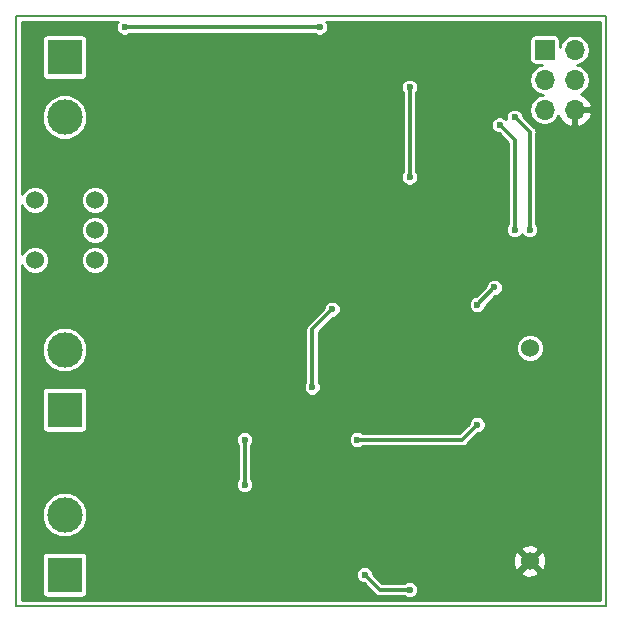
<source format=gbr>
G04 #@! TF.GenerationSoftware,KiCad,Pcbnew,(5.0.0)*
G04 #@! TF.CreationDate,2018-12-18T18:12:34+01:00*
G04 #@! TF.ProjectId,Bikelight,42696B656C696768742E6B696361645F,rev?*
G04 #@! TF.SameCoordinates,Original*
G04 #@! TF.FileFunction,Copper,L2,Bot,Signal*
G04 #@! TF.FilePolarity,Positive*
%FSLAX46Y46*%
G04 Gerber Fmt 4.6, Leading zero omitted, Abs format (unit mm)*
G04 Created by KiCad (PCBNEW (5.0.0)) date 12/18/18 18:12:34*
%MOMM*%
%LPD*%
G01*
G04 APERTURE LIST*
G04 #@! TA.AperFunction,NonConductor*
%ADD10C,0.150000*%
G04 #@! TD*
G04 #@! TA.AperFunction,ComponentPad*
%ADD11R,3.000000X3.000000*%
G04 #@! TD*
G04 #@! TA.AperFunction,ComponentPad*
%ADD12C,3.000000*%
G04 #@! TD*
G04 #@! TA.AperFunction,ComponentPad*
%ADD13C,1.524000*%
G04 #@! TD*
G04 #@! TA.AperFunction,ComponentPad*
%ADD14O,1.700000X1.700000*%
G04 #@! TD*
G04 #@! TA.AperFunction,ComponentPad*
%ADD15R,1.700000X1.700000*%
G04 #@! TD*
G04 #@! TA.AperFunction,ViaPad*
%ADD16C,0.600000*%
G04 #@! TD*
G04 #@! TA.AperFunction,Conductor*
%ADD17C,0.300000*%
G04 #@! TD*
G04 #@! TA.AperFunction,Conductor*
%ADD18C,0.254000*%
G04 #@! TD*
G04 APERTURE END LIST*
D10*
X150000000Y-100000000D02*
X150000000Y-150000000D01*
X100000000Y-150000000D02*
X100000000Y-100000000D01*
X150000000Y-150000000D02*
X100000000Y-150000000D01*
X100000000Y-100000000D02*
X150000000Y-100000000D01*
D11*
G04 #@! TO.P,J3,1*
G04 #@! TO.N,Net-(IC3-Pad4)*
X104140000Y-133350000D03*
D12*
G04 #@! TO.P,J3,2*
G04 #@! TO.N,Net-(J3-Pad2)*
X104140000Y-128270000D03*
G04 #@! TD*
D11*
G04 #@! TO.P,J1,1*
G04 #@! TO.N,Net-(D5-Pad3)*
X104140000Y-103505000D03*
D12*
G04 #@! TO.P,J1,2*
G04 #@! TO.N,Net-(J1-Pad2)*
X104140000Y-108585000D03*
G04 #@! TD*
G04 #@! TO.P,J4,2*
G04 #@! TO.N,Net-(J4-Pad2)*
X104140000Y-142240000D03*
D11*
G04 #@! TO.P,J4,1*
G04 #@! TO.N,Net-(IC4-Pad4)*
X104140000Y-147320000D03*
G04 #@! TD*
D13*
G04 #@! TO.P,C6,1*
G04 #@! TO.N,Net-(C6-Pad1)*
X143510000Y-128160000D03*
G04 #@! TO.P,C6,2*
G04 #@! TO.N,GND*
X143510000Y-146160000D03*
G04 #@! TD*
G04 #@! TO.P,SW1,1*
G04 #@! TO.N,Net-(D2-Pad2)*
X106680000Y-120650000D03*
G04 #@! TO.P,SW1,2*
G04 #@! TO.N,Net-(J1-Pad2)*
X106680000Y-118110000D03*
G04 #@! TO.P,SW1,3*
G04 #@! TO.N,N/C*
X106680000Y-115570000D03*
G04 #@! TO.P,SW1,4*
X101600000Y-120650000D03*
G04 #@! TO.P,SW1,5*
X101600000Y-115570000D03*
G04 #@! TD*
D14*
G04 #@! TO.P,J2,6*
G04 #@! TO.N,GND*
X147320000Y-107950000D03*
G04 #@! TO.P,J2,5*
G04 #@! TO.N,Net-(J2-Pad5)*
X144780000Y-107950000D03*
G04 #@! TO.P,J2,4*
G04 #@! TO.N,Net-(J2-Pad4)*
X147320000Y-105410000D03*
G04 #@! TO.P,J2,3*
G04 #@! TO.N,Net-(J2-Pad3)*
X144780000Y-105410000D03*
G04 #@! TO.P,J2,2*
G04 #@! TO.N,Net-(C3-Pad1)*
X147320000Y-102870000D03*
D15*
G04 #@! TO.P,J2,1*
G04 #@! TO.N,Net-(J2-Pad1)*
X144780000Y-102870000D03*
G04 #@! TD*
D16*
G04 #@! TO.N,GND*
X114300000Y-102870000D03*
X127000000Y-102870000D03*
X123825000Y-102870000D03*
X114300000Y-105410000D03*
X119380000Y-102235000D03*
X123825000Y-107315000D03*
X124460000Y-111125000D03*
X119380000Y-116205000D03*
X118110000Y-116205000D03*
X116840000Y-116205000D03*
X116840000Y-114935000D03*
X116840000Y-113665000D03*
X116840000Y-112395000D03*
X118110000Y-112395000D03*
X119380000Y-112395000D03*
X121285000Y-113665000D03*
X123825000Y-113665000D03*
X125095000Y-113665000D03*
X120650000Y-116840000D03*
X128270000Y-118745000D03*
X133350000Y-127000000D03*
X137160000Y-127000000D03*
X136525000Y-137160000D03*
X133350000Y-137160000D03*
X130810000Y-145415000D03*
X130175000Y-116840000D03*
X132715000Y-116840000D03*
X133985000Y-115570000D03*
X135890000Y-115570000D03*
X137795000Y-115570000D03*
X145415000Y-113665000D03*
X147320000Y-113665000D03*
X149225000Y-113665000D03*
X149225000Y-117475000D03*
X147320000Y-117475000D03*
X145415000Y-117475000D03*
X128270000Y-145415000D03*
X128270000Y-133985000D03*
X130810000Y-133985000D03*
X131445000Y-116840000D03*
X101600000Y-101600000D03*
X101600000Y-106680000D03*
X101600000Y-111760000D03*
X101600000Y-124460000D03*
X101600000Y-129540000D03*
X101600000Y-134620000D03*
X101600000Y-139700000D03*
X101600000Y-144780000D03*
X106680000Y-139700000D03*
X111760000Y-139700000D03*
X116840000Y-139700000D03*
X116840000Y-144780000D03*
X116840000Y-134620000D03*
X116840000Y-129540000D03*
X111760000Y-134620000D03*
X116840000Y-124460000D03*
X111760000Y-124460000D03*
X106680000Y-124460000D03*
X116840000Y-119380000D03*
X121920000Y-124460000D03*
X127000000Y-119380000D03*
X127000000Y-105410000D03*
X130810000Y-105410000D03*
X147955000Y-121920000D03*
X147955000Y-127000000D03*
X147955000Y-132080000D03*
X147320000Y-137160000D03*
X142240000Y-137160000D03*
X142240000Y-142240000D03*
X147320000Y-142240000D03*
X147320000Y-147320000D03*
X114300000Y-121920000D03*
X119380000Y-121920000D03*
X139700000Y-129540000D03*
X139700000Y-127000000D03*
X137160000Y-142240000D03*
X137160000Y-144780000D03*
X121920000Y-139700000D03*
X121920000Y-135890000D03*
X123190000Y-134620000D03*
X128905000Y-139700000D03*
X132080000Y-142875000D03*
X132715000Y-131445000D03*
X128905000Y-129540000D03*
X127000000Y-122555000D03*
X131445000Y-120650000D03*
G04 #@! TO.N,Net-(IC3-Pad3)*
X140970000Y-109235000D03*
X142240000Y-118110000D03*
X139065000Y-134620000D03*
X128905000Y-135890000D03*
G04 #@! TO.N,Net-(IC4-Pad3)*
X142240000Y-108585000D03*
X129540000Y-147320000D03*
X133350000Y-148590000D03*
X143510000Y-118110000D03*
G04 #@! TO.N,Net-(C3-Pad1)*
X119380000Y-139700000D03*
X119380000Y-135890000D03*
X125095000Y-131445000D03*
X139065000Y-124460000D03*
X140523897Y-123001103D03*
X126791383Y-124843615D03*
G04 #@! TO.N,Net-(IC2-Pad1)*
X133350000Y-106045000D03*
X133350000Y-113665000D03*
G04 #@! TO.N,Net-(D4-Pad1)*
X125730000Y-100965000D03*
X109220000Y-100965000D03*
G04 #@! TD*
D17*
G04 #@! TO.N,Net-(IC3-Pad3)*
X140970000Y-109235000D02*
X142240000Y-110505000D01*
X142240000Y-110505000D02*
X142240000Y-118110000D01*
X139065000Y-134620000D02*
X137795000Y-135890000D01*
X137795000Y-135890000D02*
X128905000Y-135890000D01*
G04 #@! TO.N,Net-(IC4-Pad3)*
X129540000Y-147320000D02*
X130810000Y-148590000D01*
X130810000Y-148590000D02*
X133350000Y-148590000D01*
X143510000Y-109855000D02*
X142240000Y-108585000D01*
X143510000Y-118110000D02*
X143510000Y-109855000D01*
G04 #@! TO.N,Net-(C3-Pad1)*
X119380000Y-139700000D02*
X119380000Y-135890000D01*
X125095000Y-131445000D02*
X125095000Y-126539998D01*
X139065000Y-124460000D02*
X140523897Y-123001103D01*
X125095000Y-126539998D02*
X126791383Y-124843615D01*
G04 #@! TO.N,Net-(IC2-Pad1)*
X133350000Y-106045000D02*
X133350000Y-113665000D01*
G04 #@! TO.N,Net-(D4-Pad1)*
X125730000Y-100965000D02*
X109220000Y-100965000D01*
G04 #@! TD*
D18*
G04 #@! TO.N,GND*
G36*
X108603679Y-100553187D02*
X108493000Y-100820391D01*
X108493000Y-101109609D01*
X108603679Y-101376813D01*
X108808187Y-101581321D01*
X109075391Y-101692000D01*
X109364609Y-101692000D01*
X109631813Y-101581321D01*
X109671134Y-101542000D01*
X125278866Y-101542000D01*
X125318187Y-101581321D01*
X125585391Y-101692000D01*
X125874609Y-101692000D01*
X126141813Y-101581321D01*
X126346321Y-101376813D01*
X126457000Y-101109609D01*
X126457000Y-100820391D01*
X126346321Y-100553187D01*
X126295134Y-100502000D01*
X149498000Y-100502000D01*
X149498001Y-149498000D01*
X100502000Y-149498000D01*
X100502000Y-145820000D01*
X102204635Y-145820000D01*
X102204635Y-148820000D01*
X102237775Y-148986607D01*
X102332150Y-149127850D01*
X102473393Y-149222225D01*
X102640000Y-149255365D01*
X105640000Y-149255365D01*
X105806607Y-149222225D01*
X105947850Y-149127850D01*
X106042225Y-148986607D01*
X106075365Y-148820000D01*
X106075365Y-147175391D01*
X128813000Y-147175391D01*
X128813000Y-147464609D01*
X128923679Y-147731813D01*
X129128187Y-147936321D01*
X129395391Y-148047000D01*
X129451000Y-148047000D01*
X130361814Y-148957815D01*
X130394006Y-149005994D01*
X130584866Y-149133522D01*
X130753171Y-149167000D01*
X130809999Y-149178304D01*
X130866827Y-149167000D01*
X132898866Y-149167000D01*
X132938187Y-149206321D01*
X133205391Y-149317000D01*
X133494609Y-149317000D01*
X133761813Y-149206321D01*
X133966321Y-149001813D01*
X134077000Y-148734609D01*
X134077000Y-148445391D01*
X133966321Y-148178187D01*
X133761813Y-147973679D01*
X133494609Y-147863000D01*
X133205391Y-147863000D01*
X132938187Y-147973679D01*
X132898866Y-148013000D01*
X131049001Y-148013000D01*
X130267000Y-147231000D01*
X130267000Y-147175391D01*
X130252429Y-147140213D01*
X142709392Y-147140213D01*
X142778857Y-147382397D01*
X143302302Y-147569144D01*
X143857368Y-147541362D01*
X144241143Y-147382397D01*
X144310608Y-147140213D01*
X143510000Y-146339605D01*
X142709392Y-147140213D01*
X130252429Y-147140213D01*
X130156321Y-146908187D01*
X129951813Y-146703679D01*
X129684609Y-146593000D01*
X129395391Y-146593000D01*
X129128187Y-146703679D01*
X128923679Y-146908187D01*
X128813000Y-147175391D01*
X106075365Y-147175391D01*
X106075365Y-145952302D01*
X142100856Y-145952302D01*
X142128638Y-146507368D01*
X142287603Y-146891143D01*
X142529787Y-146960608D01*
X143330395Y-146160000D01*
X143689605Y-146160000D01*
X144490213Y-146960608D01*
X144732397Y-146891143D01*
X144919144Y-146367698D01*
X144891362Y-145812632D01*
X144732397Y-145428857D01*
X144490213Y-145359392D01*
X143689605Y-146160000D01*
X143330395Y-146160000D01*
X142529787Y-145359392D01*
X142287603Y-145428857D01*
X142100856Y-145952302D01*
X106075365Y-145952302D01*
X106075365Y-145820000D01*
X106042225Y-145653393D01*
X105947850Y-145512150D01*
X105806607Y-145417775D01*
X105640000Y-145384635D01*
X102640000Y-145384635D01*
X102473393Y-145417775D01*
X102332150Y-145512150D01*
X102237775Y-145653393D01*
X102204635Y-145820000D01*
X100502000Y-145820000D01*
X100502000Y-145179787D01*
X142709392Y-145179787D01*
X143510000Y-145980395D01*
X144310608Y-145179787D01*
X144241143Y-144937603D01*
X143717698Y-144750856D01*
X143162632Y-144778638D01*
X142778857Y-144937603D01*
X142709392Y-145179787D01*
X100502000Y-145179787D01*
X100502000Y-141856696D01*
X102213000Y-141856696D01*
X102213000Y-142623304D01*
X102506368Y-143331558D01*
X103048442Y-143873632D01*
X103756696Y-144167000D01*
X104523304Y-144167000D01*
X105231558Y-143873632D01*
X105773632Y-143331558D01*
X106067000Y-142623304D01*
X106067000Y-141856696D01*
X105773632Y-141148442D01*
X105231558Y-140606368D01*
X104523304Y-140313000D01*
X103756696Y-140313000D01*
X103048442Y-140606368D01*
X102506368Y-141148442D01*
X102213000Y-141856696D01*
X100502000Y-141856696D01*
X100502000Y-135745391D01*
X118653000Y-135745391D01*
X118653000Y-136034609D01*
X118763679Y-136301813D01*
X118803001Y-136341135D01*
X118803000Y-139248866D01*
X118763679Y-139288187D01*
X118653000Y-139555391D01*
X118653000Y-139844609D01*
X118763679Y-140111813D01*
X118968187Y-140316321D01*
X119235391Y-140427000D01*
X119524609Y-140427000D01*
X119791813Y-140316321D01*
X119996321Y-140111813D01*
X120107000Y-139844609D01*
X120107000Y-139555391D01*
X119996321Y-139288187D01*
X119957000Y-139248866D01*
X119957000Y-136341134D01*
X119996321Y-136301813D01*
X120107000Y-136034609D01*
X120107000Y-135745391D01*
X128178000Y-135745391D01*
X128178000Y-136034609D01*
X128288679Y-136301813D01*
X128493187Y-136506321D01*
X128760391Y-136617000D01*
X129049609Y-136617000D01*
X129316813Y-136506321D01*
X129356134Y-136467000D01*
X137738172Y-136467000D01*
X137795000Y-136478304D01*
X137851828Y-136467000D01*
X137851829Y-136467000D01*
X138020134Y-136433522D01*
X138210994Y-136305994D01*
X138243188Y-136257812D01*
X139154001Y-135347000D01*
X139209609Y-135347000D01*
X139476813Y-135236321D01*
X139681321Y-135031813D01*
X139792000Y-134764609D01*
X139792000Y-134475391D01*
X139681321Y-134208187D01*
X139476813Y-134003679D01*
X139209609Y-133893000D01*
X138920391Y-133893000D01*
X138653187Y-134003679D01*
X138448679Y-134208187D01*
X138338000Y-134475391D01*
X138338000Y-134530999D01*
X137556000Y-135313000D01*
X129356134Y-135313000D01*
X129316813Y-135273679D01*
X129049609Y-135163000D01*
X128760391Y-135163000D01*
X128493187Y-135273679D01*
X128288679Y-135478187D01*
X128178000Y-135745391D01*
X120107000Y-135745391D01*
X119996321Y-135478187D01*
X119791813Y-135273679D01*
X119524609Y-135163000D01*
X119235391Y-135163000D01*
X118968187Y-135273679D01*
X118763679Y-135478187D01*
X118653000Y-135745391D01*
X100502000Y-135745391D01*
X100502000Y-131850000D01*
X102204635Y-131850000D01*
X102204635Y-134850000D01*
X102237775Y-135016607D01*
X102332150Y-135157850D01*
X102473393Y-135252225D01*
X102640000Y-135285365D01*
X105640000Y-135285365D01*
X105806607Y-135252225D01*
X105947850Y-135157850D01*
X106042225Y-135016607D01*
X106075365Y-134850000D01*
X106075365Y-131850000D01*
X106042225Y-131683393D01*
X105947850Y-131542150D01*
X105806607Y-131447775D01*
X105640000Y-131414635D01*
X102640000Y-131414635D01*
X102473393Y-131447775D01*
X102332150Y-131542150D01*
X102237775Y-131683393D01*
X102204635Y-131850000D01*
X100502000Y-131850000D01*
X100502000Y-131300391D01*
X124368000Y-131300391D01*
X124368000Y-131589609D01*
X124478679Y-131856813D01*
X124683187Y-132061321D01*
X124950391Y-132172000D01*
X125239609Y-132172000D01*
X125506813Y-132061321D01*
X125711321Y-131856813D01*
X125822000Y-131589609D01*
X125822000Y-131300391D01*
X125711321Y-131033187D01*
X125672000Y-130993866D01*
X125672000Y-127923493D01*
X142321000Y-127923493D01*
X142321000Y-128396507D01*
X142502014Y-128833514D01*
X142836486Y-129167986D01*
X143273493Y-129349000D01*
X143746507Y-129349000D01*
X144183514Y-129167986D01*
X144517986Y-128833514D01*
X144699000Y-128396507D01*
X144699000Y-127923493D01*
X144517986Y-127486486D01*
X144183514Y-127152014D01*
X143746507Y-126971000D01*
X143273493Y-126971000D01*
X142836486Y-127152014D01*
X142502014Y-127486486D01*
X142321000Y-127923493D01*
X125672000Y-127923493D01*
X125672000Y-126778998D01*
X126880384Y-125570615D01*
X126935992Y-125570615D01*
X127203196Y-125459936D01*
X127407704Y-125255428D01*
X127518383Y-124988224D01*
X127518383Y-124699006D01*
X127407704Y-124431802D01*
X127291293Y-124315391D01*
X138338000Y-124315391D01*
X138338000Y-124604609D01*
X138448679Y-124871813D01*
X138653187Y-125076321D01*
X138920391Y-125187000D01*
X139209609Y-125187000D01*
X139476813Y-125076321D01*
X139681321Y-124871813D01*
X139792000Y-124604609D01*
X139792000Y-124549000D01*
X140612898Y-123728103D01*
X140668506Y-123728103D01*
X140935710Y-123617424D01*
X141140218Y-123412916D01*
X141250897Y-123145712D01*
X141250897Y-122856494D01*
X141140218Y-122589290D01*
X140935710Y-122384782D01*
X140668506Y-122274103D01*
X140379288Y-122274103D01*
X140112084Y-122384782D01*
X139907576Y-122589290D01*
X139796897Y-122856494D01*
X139796897Y-122912102D01*
X138976000Y-123733000D01*
X138920391Y-123733000D01*
X138653187Y-123843679D01*
X138448679Y-124048187D01*
X138338000Y-124315391D01*
X127291293Y-124315391D01*
X127203196Y-124227294D01*
X126935992Y-124116615D01*
X126646774Y-124116615D01*
X126379570Y-124227294D01*
X126175062Y-124431802D01*
X126064383Y-124699006D01*
X126064383Y-124754614D01*
X124727186Y-126091812D01*
X124679007Y-126124004D01*
X124646816Y-126172182D01*
X124551479Y-126314864D01*
X124506696Y-126539998D01*
X124518001Y-126596831D01*
X124518000Y-130993866D01*
X124478679Y-131033187D01*
X124368000Y-131300391D01*
X100502000Y-131300391D01*
X100502000Y-127886696D01*
X102213000Y-127886696D01*
X102213000Y-128653304D01*
X102506368Y-129361558D01*
X103048442Y-129903632D01*
X103756696Y-130197000D01*
X104523304Y-130197000D01*
X105231558Y-129903632D01*
X105773632Y-129361558D01*
X106067000Y-128653304D01*
X106067000Y-127886696D01*
X105773632Y-127178442D01*
X105231558Y-126636368D01*
X104523304Y-126343000D01*
X103756696Y-126343000D01*
X103048442Y-126636368D01*
X102506368Y-127178442D01*
X102213000Y-127886696D01*
X100502000Y-127886696D01*
X100502000Y-121106201D01*
X100592014Y-121323514D01*
X100926486Y-121657986D01*
X101363493Y-121839000D01*
X101836507Y-121839000D01*
X102273514Y-121657986D01*
X102607986Y-121323514D01*
X102789000Y-120886507D01*
X102789000Y-120413493D01*
X105491000Y-120413493D01*
X105491000Y-120886507D01*
X105672014Y-121323514D01*
X106006486Y-121657986D01*
X106443493Y-121839000D01*
X106916507Y-121839000D01*
X107353514Y-121657986D01*
X107687986Y-121323514D01*
X107869000Y-120886507D01*
X107869000Y-120413493D01*
X107687986Y-119976486D01*
X107353514Y-119642014D01*
X106916507Y-119461000D01*
X106443493Y-119461000D01*
X106006486Y-119642014D01*
X105672014Y-119976486D01*
X105491000Y-120413493D01*
X102789000Y-120413493D01*
X102607986Y-119976486D01*
X102273514Y-119642014D01*
X101836507Y-119461000D01*
X101363493Y-119461000D01*
X100926486Y-119642014D01*
X100592014Y-119976486D01*
X100502000Y-120193799D01*
X100502000Y-117873493D01*
X105491000Y-117873493D01*
X105491000Y-118346507D01*
X105672014Y-118783514D01*
X106006486Y-119117986D01*
X106443493Y-119299000D01*
X106916507Y-119299000D01*
X107353514Y-119117986D01*
X107687986Y-118783514D01*
X107869000Y-118346507D01*
X107869000Y-117873493D01*
X107687986Y-117436486D01*
X107353514Y-117102014D01*
X106916507Y-116921000D01*
X106443493Y-116921000D01*
X106006486Y-117102014D01*
X105672014Y-117436486D01*
X105491000Y-117873493D01*
X100502000Y-117873493D01*
X100502000Y-116026201D01*
X100592014Y-116243514D01*
X100926486Y-116577986D01*
X101363493Y-116759000D01*
X101836507Y-116759000D01*
X102273514Y-116577986D01*
X102607986Y-116243514D01*
X102789000Y-115806507D01*
X102789000Y-115333493D01*
X105491000Y-115333493D01*
X105491000Y-115806507D01*
X105672014Y-116243514D01*
X106006486Y-116577986D01*
X106443493Y-116759000D01*
X106916507Y-116759000D01*
X107353514Y-116577986D01*
X107687986Y-116243514D01*
X107869000Y-115806507D01*
X107869000Y-115333493D01*
X107687986Y-114896486D01*
X107353514Y-114562014D01*
X106916507Y-114381000D01*
X106443493Y-114381000D01*
X106006486Y-114562014D01*
X105672014Y-114896486D01*
X105491000Y-115333493D01*
X102789000Y-115333493D01*
X102607986Y-114896486D01*
X102273514Y-114562014D01*
X101836507Y-114381000D01*
X101363493Y-114381000D01*
X100926486Y-114562014D01*
X100592014Y-114896486D01*
X100502000Y-115113799D01*
X100502000Y-108201696D01*
X102213000Y-108201696D01*
X102213000Y-108968304D01*
X102506368Y-109676558D01*
X103048442Y-110218632D01*
X103756696Y-110512000D01*
X104523304Y-110512000D01*
X105231558Y-110218632D01*
X105773632Y-109676558D01*
X106067000Y-108968304D01*
X106067000Y-108201696D01*
X105773632Y-107493442D01*
X105231558Y-106951368D01*
X104523304Y-106658000D01*
X103756696Y-106658000D01*
X103048442Y-106951368D01*
X102506368Y-107493442D01*
X102213000Y-108201696D01*
X100502000Y-108201696D01*
X100502000Y-105900391D01*
X132623000Y-105900391D01*
X132623000Y-106189609D01*
X132733679Y-106456813D01*
X132773000Y-106496134D01*
X132773001Y-113213865D01*
X132733679Y-113253187D01*
X132623000Y-113520391D01*
X132623000Y-113809609D01*
X132733679Y-114076813D01*
X132938187Y-114281321D01*
X133205391Y-114392000D01*
X133494609Y-114392000D01*
X133761813Y-114281321D01*
X133966321Y-114076813D01*
X134077000Y-113809609D01*
X134077000Y-113520391D01*
X133966321Y-113253187D01*
X133927000Y-113213866D01*
X133927000Y-109090391D01*
X140243000Y-109090391D01*
X140243000Y-109379609D01*
X140353679Y-109646813D01*
X140558187Y-109851321D01*
X140825391Y-109962000D01*
X140881000Y-109962000D01*
X141663000Y-110744001D01*
X141663001Y-117658865D01*
X141623679Y-117698187D01*
X141513000Y-117965391D01*
X141513000Y-118254609D01*
X141623679Y-118521813D01*
X141828187Y-118726321D01*
X142095391Y-118837000D01*
X142384609Y-118837000D01*
X142651813Y-118726321D01*
X142856321Y-118521813D01*
X142875000Y-118476718D01*
X142893679Y-118521813D01*
X143098187Y-118726321D01*
X143365391Y-118837000D01*
X143654609Y-118837000D01*
X143921813Y-118726321D01*
X144126321Y-118521813D01*
X144237000Y-118254609D01*
X144237000Y-117965391D01*
X144126321Y-117698187D01*
X144087000Y-117658866D01*
X144087000Y-109911827D01*
X144098304Y-109854999D01*
X144087000Y-109798171D01*
X144053522Y-109629866D01*
X143925994Y-109439006D01*
X143877815Y-109406814D01*
X142967000Y-108496000D01*
X142967000Y-108440391D01*
X142856321Y-108173187D01*
X142651813Y-107968679D01*
X142384609Y-107858000D01*
X142095391Y-107858000D01*
X141828187Y-107968679D01*
X141623679Y-108173187D01*
X141513000Y-108440391D01*
X141513000Y-108729609D01*
X141527324Y-108764190D01*
X141381813Y-108618679D01*
X141114609Y-108508000D01*
X140825391Y-108508000D01*
X140558187Y-108618679D01*
X140353679Y-108823187D01*
X140243000Y-109090391D01*
X133927000Y-109090391D01*
X133927000Y-106496134D01*
X133966321Y-106456813D01*
X134077000Y-106189609D01*
X134077000Y-105900391D01*
X133966321Y-105633187D01*
X133761813Y-105428679D01*
X133716718Y-105410000D01*
X143477983Y-105410000D01*
X143577093Y-105908260D01*
X143859335Y-106330665D01*
X144281740Y-106612907D01*
X144619040Y-106680000D01*
X144281740Y-106747093D01*
X143859335Y-107029335D01*
X143577093Y-107451740D01*
X143477983Y-107950000D01*
X143577093Y-108448260D01*
X143859335Y-108870665D01*
X144281740Y-109152907D01*
X144654231Y-109227000D01*
X144905769Y-109227000D01*
X145278260Y-109152907D01*
X145700665Y-108870665D01*
X145954615Y-108490602D01*
X146048355Y-108716924D01*
X146438642Y-109145183D01*
X146963108Y-109391486D01*
X147193000Y-109270819D01*
X147193000Y-108077000D01*
X147447000Y-108077000D01*
X147447000Y-109270819D01*
X147676892Y-109391486D01*
X148201358Y-109145183D01*
X148591645Y-108716924D01*
X148761476Y-108306890D01*
X148640155Y-108077000D01*
X147447000Y-108077000D01*
X147193000Y-108077000D01*
X147173000Y-108077000D01*
X147173000Y-107823000D01*
X147193000Y-107823000D01*
X147193000Y-107803000D01*
X147447000Y-107803000D01*
X147447000Y-107823000D01*
X148640155Y-107823000D01*
X148761476Y-107593110D01*
X148591645Y-107183076D01*
X148201358Y-106754817D01*
X147851660Y-106590590D01*
X148240665Y-106330665D01*
X148522907Y-105908260D01*
X148622017Y-105410000D01*
X148522907Y-104911740D01*
X148240665Y-104489335D01*
X147818260Y-104207093D01*
X147480960Y-104140000D01*
X147818260Y-104072907D01*
X148240665Y-103790665D01*
X148522907Y-103368260D01*
X148622017Y-102870000D01*
X148522907Y-102371740D01*
X148240665Y-101949335D01*
X147818260Y-101667093D01*
X147445769Y-101593000D01*
X147194231Y-101593000D01*
X146821740Y-101667093D01*
X146399335Y-101949335D01*
X146117093Y-102371740D01*
X146065365Y-102631794D01*
X146065365Y-102020000D01*
X146032225Y-101853393D01*
X145937850Y-101712150D01*
X145796607Y-101617775D01*
X145630000Y-101584635D01*
X143930000Y-101584635D01*
X143763393Y-101617775D01*
X143622150Y-101712150D01*
X143527775Y-101853393D01*
X143494635Y-102020000D01*
X143494635Y-103720000D01*
X143527775Y-103886607D01*
X143622150Y-104027850D01*
X143763393Y-104122225D01*
X143930000Y-104155365D01*
X144541794Y-104155365D01*
X144281740Y-104207093D01*
X143859335Y-104489335D01*
X143577093Y-104911740D01*
X143477983Y-105410000D01*
X133716718Y-105410000D01*
X133494609Y-105318000D01*
X133205391Y-105318000D01*
X132938187Y-105428679D01*
X132733679Y-105633187D01*
X132623000Y-105900391D01*
X100502000Y-105900391D01*
X100502000Y-102005000D01*
X102204635Y-102005000D01*
X102204635Y-105005000D01*
X102237775Y-105171607D01*
X102332150Y-105312850D01*
X102473393Y-105407225D01*
X102640000Y-105440365D01*
X105640000Y-105440365D01*
X105806607Y-105407225D01*
X105947850Y-105312850D01*
X106042225Y-105171607D01*
X106075365Y-105005000D01*
X106075365Y-102005000D01*
X106042225Y-101838393D01*
X105947850Y-101697150D01*
X105806607Y-101602775D01*
X105640000Y-101569635D01*
X102640000Y-101569635D01*
X102473393Y-101602775D01*
X102332150Y-101697150D01*
X102237775Y-101838393D01*
X102204635Y-102005000D01*
X100502000Y-102005000D01*
X100502000Y-100502000D01*
X108654866Y-100502000D01*
X108603679Y-100553187D01*
X108603679Y-100553187D01*
G37*
X108603679Y-100553187D02*
X108493000Y-100820391D01*
X108493000Y-101109609D01*
X108603679Y-101376813D01*
X108808187Y-101581321D01*
X109075391Y-101692000D01*
X109364609Y-101692000D01*
X109631813Y-101581321D01*
X109671134Y-101542000D01*
X125278866Y-101542000D01*
X125318187Y-101581321D01*
X125585391Y-101692000D01*
X125874609Y-101692000D01*
X126141813Y-101581321D01*
X126346321Y-101376813D01*
X126457000Y-101109609D01*
X126457000Y-100820391D01*
X126346321Y-100553187D01*
X126295134Y-100502000D01*
X149498000Y-100502000D01*
X149498001Y-149498000D01*
X100502000Y-149498000D01*
X100502000Y-145820000D01*
X102204635Y-145820000D01*
X102204635Y-148820000D01*
X102237775Y-148986607D01*
X102332150Y-149127850D01*
X102473393Y-149222225D01*
X102640000Y-149255365D01*
X105640000Y-149255365D01*
X105806607Y-149222225D01*
X105947850Y-149127850D01*
X106042225Y-148986607D01*
X106075365Y-148820000D01*
X106075365Y-147175391D01*
X128813000Y-147175391D01*
X128813000Y-147464609D01*
X128923679Y-147731813D01*
X129128187Y-147936321D01*
X129395391Y-148047000D01*
X129451000Y-148047000D01*
X130361814Y-148957815D01*
X130394006Y-149005994D01*
X130584866Y-149133522D01*
X130753171Y-149167000D01*
X130809999Y-149178304D01*
X130866827Y-149167000D01*
X132898866Y-149167000D01*
X132938187Y-149206321D01*
X133205391Y-149317000D01*
X133494609Y-149317000D01*
X133761813Y-149206321D01*
X133966321Y-149001813D01*
X134077000Y-148734609D01*
X134077000Y-148445391D01*
X133966321Y-148178187D01*
X133761813Y-147973679D01*
X133494609Y-147863000D01*
X133205391Y-147863000D01*
X132938187Y-147973679D01*
X132898866Y-148013000D01*
X131049001Y-148013000D01*
X130267000Y-147231000D01*
X130267000Y-147175391D01*
X130252429Y-147140213D01*
X142709392Y-147140213D01*
X142778857Y-147382397D01*
X143302302Y-147569144D01*
X143857368Y-147541362D01*
X144241143Y-147382397D01*
X144310608Y-147140213D01*
X143510000Y-146339605D01*
X142709392Y-147140213D01*
X130252429Y-147140213D01*
X130156321Y-146908187D01*
X129951813Y-146703679D01*
X129684609Y-146593000D01*
X129395391Y-146593000D01*
X129128187Y-146703679D01*
X128923679Y-146908187D01*
X128813000Y-147175391D01*
X106075365Y-147175391D01*
X106075365Y-145952302D01*
X142100856Y-145952302D01*
X142128638Y-146507368D01*
X142287603Y-146891143D01*
X142529787Y-146960608D01*
X143330395Y-146160000D01*
X143689605Y-146160000D01*
X144490213Y-146960608D01*
X144732397Y-146891143D01*
X144919144Y-146367698D01*
X144891362Y-145812632D01*
X144732397Y-145428857D01*
X144490213Y-145359392D01*
X143689605Y-146160000D01*
X143330395Y-146160000D01*
X142529787Y-145359392D01*
X142287603Y-145428857D01*
X142100856Y-145952302D01*
X106075365Y-145952302D01*
X106075365Y-145820000D01*
X106042225Y-145653393D01*
X105947850Y-145512150D01*
X105806607Y-145417775D01*
X105640000Y-145384635D01*
X102640000Y-145384635D01*
X102473393Y-145417775D01*
X102332150Y-145512150D01*
X102237775Y-145653393D01*
X102204635Y-145820000D01*
X100502000Y-145820000D01*
X100502000Y-145179787D01*
X142709392Y-145179787D01*
X143510000Y-145980395D01*
X144310608Y-145179787D01*
X144241143Y-144937603D01*
X143717698Y-144750856D01*
X143162632Y-144778638D01*
X142778857Y-144937603D01*
X142709392Y-145179787D01*
X100502000Y-145179787D01*
X100502000Y-141856696D01*
X102213000Y-141856696D01*
X102213000Y-142623304D01*
X102506368Y-143331558D01*
X103048442Y-143873632D01*
X103756696Y-144167000D01*
X104523304Y-144167000D01*
X105231558Y-143873632D01*
X105773632Y-143331558D01*
X106067000Y-142623304D01*
X106067000Y-141856696D01*
X105773632Y-141148442D01*
X105231558Y-140606368D01*
X104523304Y-140313000D01*
X103756696Y-140313000D01*
X103048442Y-140606368D01*
X102506368Y-141148442D01*
X102213000Y-141856696D01*
X100502000Y-141856696D01*
X100502000Y-135745391D01*
X118653000Y-135745391D01*
X118653000Y-136034609D01*
X118763679Y-136301813D01*
X118803001Y-136341135D01*
X118803000Y-139248866D01*
X118763679Y-139288187D01*
X118653000Y-139555391D01*
X118653000Y-139844609D01*
X118763679Y-140111813D01*
X118968187Y-140316321D01*
X119235391Y-140427000D01*
X119524609Y-140427000D01*
X119791813Y-140316321D01*
X119996321Y-140111813D01*
X120107000Y-139844609D01*
X120107000Y-139555391D01*
X119996321Y-139288187D01*
X119957000Y-139248866D01*
X119957000Y-136341134D01*
X119996321Y-136301813D01*
X120107000Y-136034609D01*
X120107000Y-135745391D01*
X128178000Y-135745391D01*
X128178000Y-136034609D01*
X128288679Y-136301813D01*
X128493187Y-136506321D01*
X128760391Y-136617000D01*
X129049609Y-136617000D01*
X129316813Y-136506321D01*
X129356134Y-136467000D01*
X137738172Y-136467000D01*
X137795000Y-136478304D01*
X137851828Y-136467000D01*
X137851829Y-136467000D01*
X138020134Y-136433522D01*
X138210994Y-136305994D01*
X138243188Y-136257812D01*
X139154001Y-135347000D01*
X139209609Y-135347000D01*
X139476813Y-135236321D01*
X139681321Y-135031813D01*
X139792000Y-134764609D01*
X139792000Y-134475391D01*
X139681321Y-134208187D01*
X139476813Y-134003679D01*
X139209609Y-133893000D01*
X138920391Y-133893000D01*
X138653187Y-134003679D01*
X138448679Y-134208187D01*
X138338000Y-134475391D01*
X138338000Y-134530999D01*
X137556000Y-135313000D01*
X129356134Y-135313000D01*
X129316813Y-135273679D01*
X129049609Y-135163000D01*
X128760391Y-135163000D01*
X128493187Y-135273679D01*
X128288679Y-135478187D01*
X128178000Y-135745391D01*
X120107000Y-135745391D01*
X119996321Y-135478187D01*
X119791813Y-135273679D01*
X119524609Y-135163000D01*
X119235391Y-135163000D01*
X118968187Y-135273679D01*
X118763679Y-135478187D01*
X118653000Y-135745391D01*
X100502000Y-135745391D01*
X100502000Y-131850000D01*
X102204635Y-131850000D01*
X102204635Y-134850000D01*
X102237775Y-135016607D01*
X102332150Y-135157850D01*
X102473393Y-135252225D01*
X102640000Y-135285365D01*
X105640000Y-135285365D01*
X105806607Y-135252225D01*
X105947850Y-135157850D01*
X106042225Y-135016607D01*
X106075365Y-134850000D01*
X106075365Y-131850000D01*
X106042225Y-131683393D01*
X105947850Y-131542150D01*
X105806607Y-131447775D01*
X105640000Y-131414635D01*
X102640000Y-131414635D01*
X102473393Y-131447775D01*
X102332150Y-131542150D01*
X102237775Y-131683393D01*
X102204635Y-131850000D01*
X100502000Y-131850000D01*
X100502000Y-131300391D01*
X124368000Y-131300391D01*
X124368000Y-131589609D01*
X124478679Y-131856813D01*
X124683187Y-132061321D01*
X124950391Y-132172000D01*
X125239609Y-132172000D01*
X125506813Y-132061321D01*
X125711321Y-131856813D01*
X125822000Y-131589609D01*
X125822000Y-131300391D01*
X125711321Y-131033187D01*
X125672000Y-130993866D01*
X125672000Y-127923493D01*
X142321000Y-127923493D01*
X142321000Y-128396507D01*
X142502014Y-128833514D01*
X142836486Y-129167986D01*
X143273493Y-129349000D01*
X143746507Y-129349000D01*
X144183514Y-129167986D01*
X144517986Y-128833514D01*
X144699000Y-128396507D01*
X144699000Y-127923493D01*
X144517986Y-127486486D01*
X144183514Y-127152014D01*
X143746507Y-126971000D01*
X143273493Y-126971000D01*
X142836486Y-127152014D01*
X142502014Y-127486486D01*
X142321000Y-127923493D01*
X125672000Y-127923493D01*
X125672000Y-126778998D01*
X126880384Y-125570615D01*
X126935992Y-125570615D01*
X127203196Y-125459936D01*
X127407704Y-125255428D01*
X127518383Y-124988224D01*
X127518383Y-124699006D01*
X127407704Y-124431802D01*
X127291293Y-124315391D01*
X138338000Y-124315391D01*
X138338000Y-124604609D01*
X138448679Y-124871813D01*
X138653187Y-125076321D01*
X138920391Y-125187000D01*
X139209609Y-125187000D01*
X139476813Y-125076321D01*
X139681321Y-124871813D01*
X139792000Y-124604609D01*
X139792000Y-124549000D01*
X140612898Y-123728103D01*
X140668506Y-123728103D01*
X140935710Y-123617424D01*
X141140218Y-123412916D01*
X141250897Y-123145712D01*
X141250897Y-122856494D01*
X141140218Y-122589290D01*
X140935710Y-122384782D01*
X140668506Y-122274103D01*
X140379288Y-122274103D01*
X140112084Y-122384782D01*
X139907576Y-122589290D01*
X139796897Y-122856494D01*
X139796897Y-122912102D01*
X138976000Y-123733000D01*
X138920391Y-123733000D01*
X138653187Y-123843679D01*
X138448679Y-124048187D01*
X138338000Y-124315391D01*
X127291293Y-124315391D01*
X127203196Y-124227294D01*
X126935992Y-124116615D01*
X126646774Y-124116615D01*
X126379570Y-124227294D01*
X126175062Y-124431802D01*
X126064383Y-124699006D01*
X126064383Y-124754614D01*
X124727186Y-126091812D01*
X124679007Y-126124004D01*
X124646816Y-126172182D01*
X124551479Y-126314864D01*
X124506696Y-126539998D01*
X124518001Y-126596831D01*
X124518000Y-130993866D01*
X124478679Y-131033187D01*
X124368000Y-131300391D01*
X100502000Y-131300391D01*
X100502000Y-127886696D01*
X102213000Y-127886696D01*
X102213000Y-128653304D01*
X102506368Y-129361558D01*
X103048442Y-129903632D01*
X103756696Y-130197000D01*
X104523304Y-130197000D01*
X105231558Y-129903632D01*
X105773632Y-129361558D01*
X106067000Y-128653304D01*
X106067000Y-127886696D01*
X105773632Y-127178442D01*
X105231558Y-126636368D01*
X104523304Y-126343000D01*
X103756696Y-126343000D01*
X103048442Y-126636368D01*
X102506368Y-127178442D01*
X102213000Y-127886696D01*
X100502000Y-127886696D01*
X100502000Y-121106201D01*
X100592014Y-121323514D01*
X100926486Y-121657986D01*
X101363493Y-121839000D01*
X101836507Y-121839000D01*
X102273514Y-121657986D01*
X102607986Y-121323514D01*
X102789000Y-120886507D01*
X102789000Y-120413493D01*
X105491000Y-120413493D01*
X105491000Y-120886507D01*
X105672014Y-121323514D01*
X106006486Y-121657986D01*
X106443493Y-121839000D01*
X106916507Y-121839000D01*
X107353514Y-121657986D01*
X107687986Y-121323514D01*
X107869000Y-120886507D01*
X107869000Y-120413493D01*
X107687986Y-119976486D01*
X107353514Y-119642014D01*
X106916507Y-119461000D01*
X106443493Y-119461000D01*
X106006486Y-119642014D01*
X105672014Y-119976486D01*
X105491000Y-120413493D01*
X102789000Y-120413493D01*
X102607986Y-119976486D01*
X102273514Y-119642014D01*
X101836507Y-119461000D01*
X101363493Y-119461000D01*
X100926486Y-119642014D01*
X100592014Y-119976486D01*
X100502000Y-120193799D01*
X100502000Y-117873493D01*
X105491000Y-117873493D01*
X105491000Y-118346507D01*
X105672014Y-118783514D01*
X106006486Y-119117986D01*
X106443493Y-119299000D01*
X106916507Y-119299000D01*
X107353514Y-119117986D01*
X107687986Y-118783514D01*
X107869000Y-118346507D01*
X107869000Y-117873493D01*
X107687986Y-117436486D01*
X107353514Y-117102014D01*
X106916507Y-116921000D01*
X106443493Y-116921000D01*
X106006486Y-117102014D01*
X105672014Y-117436486D01*
X105491000Y-117873493D01*
X100502000Y-117873493D01*
X100502000Y-116026201D01*
X100592014Y-116243514D01*
X100926486Y-116577986D01*
X101363493Y-116759000D01*
X101836507Y-116759000D01*
X102273514Y-116577986D01*
X102607986Y-116243514D01*
X102789000Y-115806507D01*
X102789000Y-115333493D01*
X105491000Y-115333493D01*
X105491000Y-115806507D01*
X105672014Y-116243514D01*
X106006486Y-116577986D01*
X106443493Y-116759000D01*
X106916507Y-116759000D01*
X107353514Y-116577986D01*
X107687986Y-116243514D01*
X107869000Y-115806507D01*
X107869000Y-115333493D01*
X107687986Y-114896486D01*
X107353514Y-114562014D01*
X106916507Y-114381000D01*
X106443493Y-114381000D01*
X106006486Y-114562014D01*
X105672014Y-114896486D01*
X105491000Y-115333493D01*
X102789000Y-115333493D01*
X102607986Y-114896486D01*
X102273514Y-114562014D01*
X101836507Y-114381000D01*
X101363493Y-114381000D01*
X100926486Y-114562014D01*
X100592014Y-114896486D01*
X100502000Y-115113799D01*
X100502000Y-108201696D01*
X102213000Y-108201696D01*
X102213000Y-108968304D01*
X102506368Y-109676558D01*
X103048442Y-110218632D01*
X103756696Y-110512000D01*
X104523304Y-110512000D01*
X105231558Y-110218632D01*
X105773632Y-109676558D01*
X106067000Y-108968304D01*
X106067000Y-108201696D01*
X105773632Y-107493442D01*
X105231558Y-106951368D01*
X104523304Y-106658000D01*
X103756696Y-106658000D01*
X103048442Y-106951368D01*
X102506368Y-107493442D01*
X102213000Y-108201696D01*
X100502000Y-108201696D01*
X100502000Y-105900391D01*
X132623000Y-105900391D01*
X132623000Y-106189609D01*
X132733679Y-106456813D01*
X132773000Y-106496134D01*
X132773001Y-113213865D01*
X132733679Y-113253187D01*
X132623000Y-113520391D01*
X132623000Y-113809609D01*
X132733679Y-114076813D01*
X132938187Y-114281321D01*
X133205391Y-114392000D01*
X133494609Y-114392000D01*
X133761813Y-114281321D01*
X133966321Y-114076813D01*
X134077000Y-113809609D01*
X134077000Y-113520391D01*
X133966321Y-113253187D01*
X133927000Y-113213866D01*
X133927000Y-109090391D01*
X140243000Y-109090391D01*
X140243000Y-109379609D01*
X140353679Y-109646813D01*
X140558187Y-109851321D01*
X140825391Y-109962000D01*
X140881000Y-109962000D01*
X141663000Y-110744001D01*
X141663001Y-117658865D01*
X141623679Y-117698187D01*
X141513000Y-117965391D01*
X141513000Y-118254609D01*
X141623679Y-118521813D01*
X141828187Y-118726321D01*
X142095391Y-118837000D01*
X142384609Y-118837000D01*
X142651813Y-118726321D01*
X142856321Y-118521813D01*
X142875000Y-118476718D01*
X142893679Y-118521813D01*
X143098187Y-118726321D01*
X143365391Y-118837000D01*
X143654609Y-118837000D01*
X143921813Y-118726321D01*
X144126321Y-118521813D01*
X144237000Y-118254609D01*
X144237000Y-117965391D01*
X144126321Y-117698187D01*
X144087000Y-117658866D01*
X144087000Y-109911827D01*
X144098304Y-109854999D01*
X144087000Y-109798171D01*
X144053522Y-109629866D01*
X143925994Y-109439006D01*
X143877815Y-109406814D01*
X142967000Y-108496000D01*
X142967000Y-108440391D01*
X142856321Y-108173187D01*
X142651813Y-107968679D01*
X142384609Y-107858000D01*
X142095391Y-107858000D01*
X141828187Y-107968679D01*
X141623679Y-108173187D01*
X141513000Y-108440391D01*
X141513000Y-108729609D01*
X141527324Y-108764190D01*
X141381813Y-108618679D01*
X141114609Y-108508000D01*
X140825391Y-108508000D01*
X140558187Y-108618679D01*
X140353679Y-108823187D01*
X140243000Y-109090391D01*
X133927000Y-109090391D01*
X133927000Y-106496134D01*
X133966321Y-106456813D01*
X134077000Y-106189609D01*
X134077000Y-105900391D01*
X133966321Y-105633187D01*
X133761813Y-105428679D01*
X133716718Y-105410000D01*
X143477983Y-105410000D01*
X143577093Y-105908260D01*
X143859335Y-106330665D01*
X144281740Y-106612907D01*
X144619040Y-106680000D01*
X144281740Y-106747093D01*
X143859335Y-107029335D01*
X143577093Y-107451740D01*
X143477983Y-107950000D01*
X143577093Y-108448260D01*
X143859335Y-108870665D01*
X144281740Y-109152907D01*
X144654231Y-109227000D01*
X144905769Y-109227000D01*
X145278260Y-109152907D01*
X145700665Y-108870665D01*
X145954615Y-108490602D01*
X146048355Y-108716924D01*
X146438642Y-109145183D01*
X146963108Y-109391486D01*
X147193000Y-109270819D01*
X147193000Y-108077000D01*
X147447000Y-108077000D01*
X147447000Y-109270819D01*
X147676892Y-109391486D01*
X148201358Y-109145183D01*
X148591645Y-108716924D01*
X148761476Y-108306890D01*
X148640155Y-108077000D01*
X147447000Y-108077000D01*
X147193000Y-108077000D01*
X147173000Y-108077000D01*
X147173000Y-107823000D01*
X147193000Y-107823000D01*
X147193000Y-107803000D01*
X147447000Y-107803000D01*
X147447000Y-107823000D01*
X148640155Y-107823000D01*
X148761476Y-107593110D01*
X148591645Y-107183076D01*
X148201358Y-106754817D01*
X147851660Y-106590590D01*
X148240665Y-106330665D01*
X148522907Y-105908260D01*
X148622017Y-105410000D01*
X148522907Y-104911740D01*
X148240665Y-104489335D01*
X147818260Y-104207093D01*
X147480960Y-104140000D01*
X147818260Y-104072907D01*
X148240665Y-103790665D01*
X148522907Y-103368260D01*
X148622017Y-102870000D01*
X148522907Y-102371740D01*
X148240665Y-101949335D01*
X147818260Y-101667093D01*
X147445769Y-101593000D01*
X147194231Y-101593000D01*
X146821740Y-101667093D01*
X146399335Y-101949335D01*
X146117093Y-102371740D01*
X146065365Y-102631794D01*
X146065365Y-102020000D01*
X146032225Y-101853393D01*
X145937850Y-101712150D01*
X145796607Y-101617775D01*
X145630000Y-101584635D01*
X143930000Y-101584635D01*
X143763393Y-101617775D01*
X143622150Y-101712150D01*
X143527775Y-101853393D01*
X143494635Y-102020000D01*
X143494635Y-103720000D01*
X143527775Y-103886607D01*
X143622150Y-104027850D01*
X143763393Y-104122225D01*
X143930000Y-104155365D01*
X144541794Y-104155365D01*
X144281740Y-104207093D01*
X143859335Y-104489335D01*
X143577093Y-104911740D01*
X143477983Y-105410000D01*
X133716718Y-105410000D01*
X133494609Y-105318000D01*
X133205391Y-105318000D01*
X132938187Y-105428679D01*
X132733679Y-105633187D01*
X132623000Y-105900391D01*
X100502000Y-105900391D01*
X100502000Y-102005000D01*
X102204635Y-102005000D01*
X102204635Y-105005000D01*
X102237775Y-105171607D01*
X102332150Y-105312850D01*
X102473393Y-105407225D01*
X102640000Y-105440365D01*
X105640000Y-105440365D01*
X105806607Y-105407225D01*
X105947850Y-105312850D01*
X106042225Y-105171607D01*
X106075365Y-105005000D01*
X106075365Y-102005000D01*
X106042225Y-101838393D01*
X105947850Y-101697150D01*
X105806607Y-101602775D01*
X105640000Y-101569635D01*
X102640000Y-101569635D01*
X102473393Y-101602775D01*
X102332150Y-101697150D01*
X102237775Y-101838393D01*
X102204635Y-102005000D01*
X100502000Y-102005000D01*
X100502000Y-100502000D01*
X108654866Y-100502000D01*
X108603679Y-100553187D01*
G04 #@! TD*
M02*

</source>
